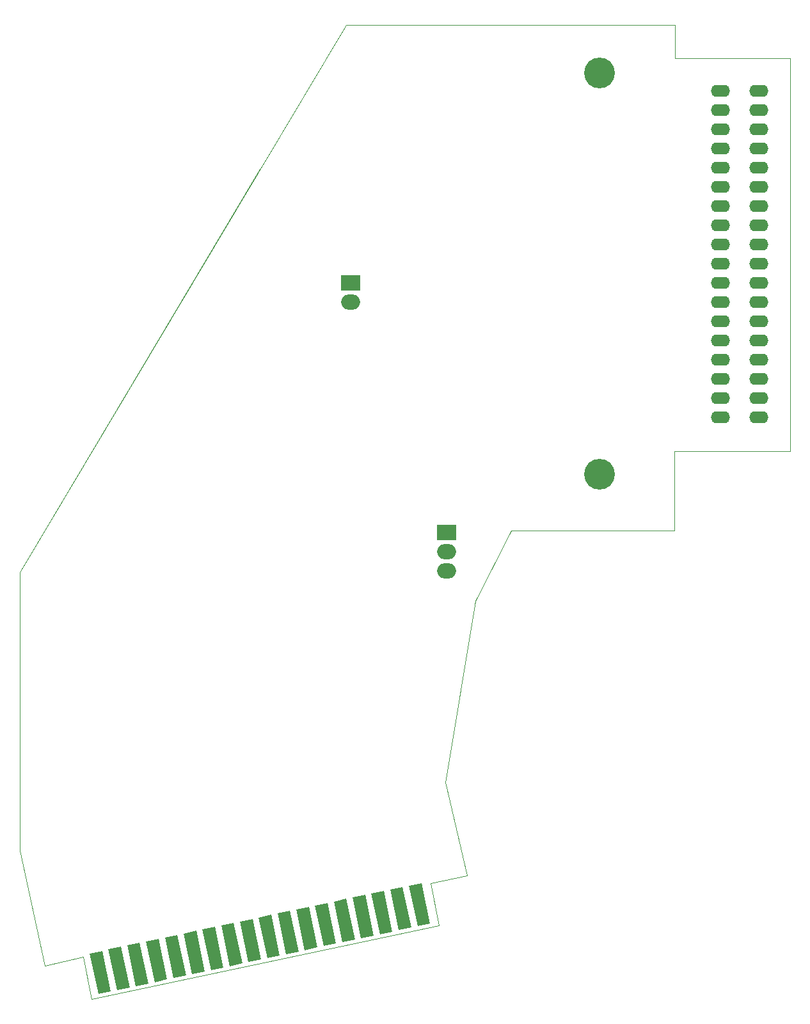
<source format=gbs>
G04 (created by PCBNEW (2013-07-07 BZR 4022)-stable) date 27/12/2022 09:16:34*
%MOIN*%
G04 Gerber Fmt 3.4, Leading zero omitted, Abs format*
%FSLAX34Y34*%
G01*
G70*
G90*
G04 APERTURE LIST*
%ADD10C,0.00590551*%
%ADD11C,0.00393701*%
%ADD12O,0.1X0.0629921*%
%ADD13R,0.0984252X0.0787402*%
%ADD14O,0.0984252X0.0787402*%
%ADD15C,0.16*%
G04 APERTURE END LIST*
G54D10*
G54D11*
X-34150Y-43000D02*
X-34150Y-28500D01*
X-34150Y-43000D02*
X-32850Y-49000D01*
X-10400Y-30000D02*
X-11975Y-39475D01*
X-11975Y-39450D02*
X-10850Y-44300D01*
X-11500Y0D02*
X-17150Y0D01*
X-2950Y-26350D02*
X-8550Y-26350D01*
X6000Y-1750D02*
X0Y-1750D01*
X6000Y-1750D02*
X6000Y-22200D01*
X0Y0D02*
X-12000Y0D01*
X0Y-1750D02*
X0Y0D01*
X-8550Y-26350D02*
X-10400Y-30000D01*
X-50Y-26350D02*
X-3450Y-26350D01*
X-50Y-22200D02*
X-50Y-26350D01*
X5950Y-22200D02*
X-50Y-22200D01*
X-12750Y-44700D02*
X-10850Y-44300D01*
X-12300Y-46900D02*
X-12750Y-44700D01*
X-30400Y-50750D02*
X-12300Y-46900D01*
X-30850Y-48550D02*
X-30400Y-50750D01*
X-32850Y-49000D02*
X-30850Y-48550D01*
X-34150Y-28500D02*
X-17150Y0D01*
X-21650Y-7500D02*
X-34150Y-28500D01*
G54D10*
G36*
X-30053Y-50482D02*
X-30503Y-48364D01*
X-29848Y-48225D01*
X-29398Y-50343D01*
X-30053Y-50482D01*
X-30053Y-50482D01*
G37*
G36*
X-29075Y-50274D02*
X-29525Y-48156D01*
X-28870Y-48017D01*
X-28420Y-50135D01*
X-29075Y-50274D01*
X-29075Y-50274D01*
G37*
G36*
X-28096Y-50066D02*
X-28547Y-47948D01*
X-27892Y-47809D01*
X-27442Y-49927D01*
X-28096Y-50066D01*
X-28096Y-50066D01*
G37*
G36*
X-27118Y-49858D02*
X-27569Y-47740D01*
X-26914Y-47601D01*
X-26464Y-49719D01*
X-27118Y-49858D01*
X-27118Y-49858D01*
G37*
G36*
X-26140Y-49651D02*
X-26590Y-47533D01*
X-25936Y-47393D01*
X-25486Y-49511D01*
X-26140Y-49651D01*
X-26140Y-49651D01*
G37*
G36*
X-25162Y-49443D02*
X-25612Y-47325D01*
X-24958Y-47185D01*
X-24507Y-49303D01*
X-25162Y-49443D01*
X-25162Y-49443D01*
G37*
G36*
X-25162Y-49443D02*
X-25612Y-47325D01*
X-24958Y-47185D01*
X-24507Y-49303D01*
X-25162Y-49443D01*
X-25162Y-49443D01*
G37*
G36*
X-24184Y-49235D02*
X-24634Y-47117D01*
X-23979Y-46978D01*
X-23529Y-49096D01*
X-24184Y-49235D01*
X-24184Y-49235D01*
G37*
G36*
X-23206Y-49027D02*
X-23656Y-46909D01*
X-23001Y-46770D01*
X-22551Y-48888D01*
X-23206Y-49027D01*
X-23206Y-49027D01*
G37*
G36*
X-22228Y-48819D02*
X-22678Y-46701D01*
X-22023Y-46562D01*
X-21573Y-48680D01*
X-22228Y-48819D01*
X-22228Y-48819D01*
G37*
G36*
X-21249Y-48611D02*
X-21700Y-46493D01*
X-21045Y-46354D01*
X-20595Y-48472D01*
X-21249Y-48611D01*
X-21249Y-48611D01*
G37*
G36*
X-20271Y-48403D02*
X-20721Y-46285D01*
X-20067Y-46146D01*
X-19617Y-48264D01*
X-20271Y-48403D01*
X-20271Y-48403D01*
G37*
G36*
X-19293Y-48195D02*
X-19743Y-46077D01*
X-19089Y-45938D01*
X-18638Y-48056D01*
X-19293Y-48195D01*
X-19293Y-48195D01*
G37*
G36*
X-18315Y-47987D02*
X-18765Y-45869D01*
X-18111Y-45730D01*
X-17660Y-47848D01*
X-18315Y-47987D01*
X-18315Y-47987D01*
G37*
G36*
X-18315Y-47987D02*
X-18765Y-45869D01*
X-18111Y-45730D01*
X-17660Y-47848D01*
X-18315Y-47987D01*
X-18315Y-47987D01*
G37*
G36*
X-17337Y-47779D02*
X-17787Y-45661D01*
X-17132Y-45522D01*
X-16682Y-47640D01*
X-17337Y-47779D01*
X-17337Y-47779D01*
G37*
G36*
X-17337Y-47779D02*
X-17787Y-45661D01*
X-17132Y-45522D01*
X-16682Y-47640D01*
X-17337Y-47779D01*
X-17337Y-47779D01*
G37*
G36*
X-16359Y-47571D02*
X-16809Y-45453D01*
X-16154Y-45314D01*
X-15704Y-47432D01*
X-16359Y-47571D01*
X-16359Y-47571D01*
G37*
G36*
X-15381Y-47364D02*
X-15831Y-45245D01*
X-15176Y-45106D01*
X-14726Y-47224D01*
X-15381Y-47364D01*
X-15381Y-47364D01*
G37*
G36*
X-14402Y-47156D02*
X-14853Y-45038D01*
X-14198Y-44898D01*
X-13748Y-47016D01*
X-14402Y-47156D01*
X-14402Y-47156D01*
G37*
G36*
X-13424Y-46948D02*
X-13874Y-44830D01*
X-13220Y-44691D01*
X-12770Y-46809D01*
X-13424Y-46948D01*
X-13424Y-46948D01*
G37*
G54D12*
X4350Y-3450D03*
X2350Y-3450D03*
X4350Y-4450D03*
X2350Y-4450D03*
X4350Y-5450D03*
X2350Y-5450D03*
X4350Y-6450D03*
X2350Y-6450D03*
X4350Y-7450D03*
X2350Y-7450D03*
X4350Y-8450D03*
X2350Y-8450D03*
X4350Y-9450D03*
X2350Y-9450D03*
X4350Y-10450D03*
X2350Y-10450D03*
X4350Y-11450D03*
X2350Y-11450D03*
X4350Y-12450D03*
X2350Y-12450D03*
X4350Y-13450D03*
X2350Y-13450D03*
X4350Y-14450D03*
X4350Y-15450D03*
X2350Y-14450D03*
X2350Y-15450D03*
X4350Y-16450D03*
X2350Y-16450D03*
X4350Y-17450D03*
X2350Y-17450D03*
X4350Y-18450D03*
X2350Y-18450D03*
X4350Y-19450D03*
X2350Y-19450D03*
X4350Y-20450D03*
X2350Y-20450D03*
G54D13*
X-11900Y-26450D03*
G54D14*
X-11900Y-27450D03*
X-11900Y-28450D03*
G54D13*
X-16900Y-13450D03*
G54D14*
X-16900Y-14450D03*
G54D15*
X-3950Y-23400D03*
X-3950Y-2500D03*
M02*

</source>
